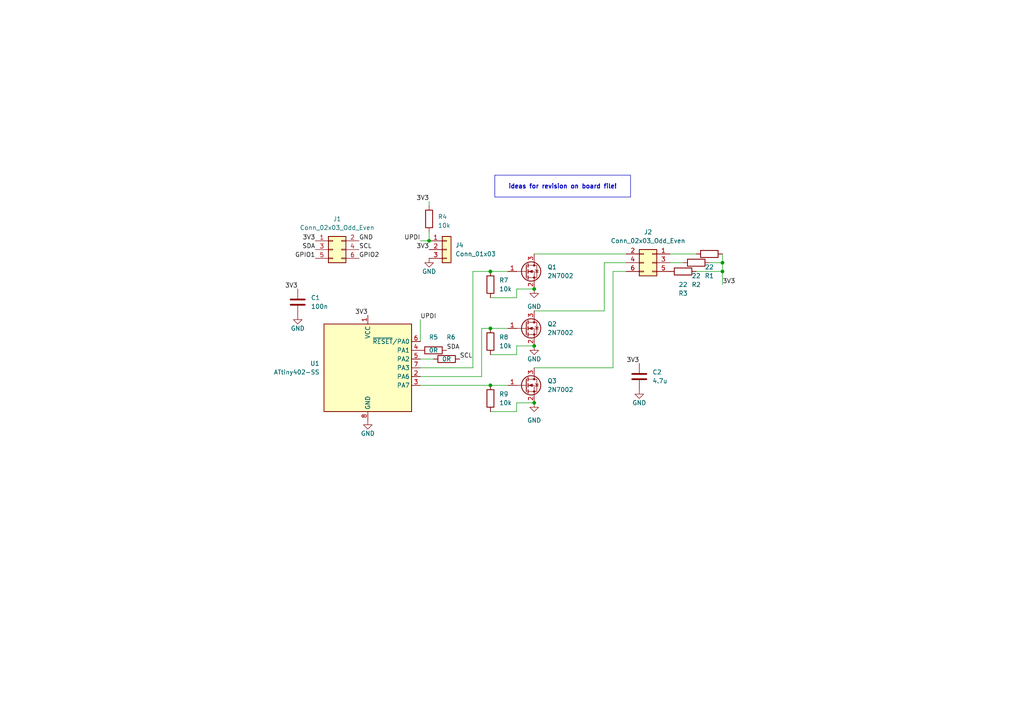
<source format=kicad_sch>
(kicad_sch (version 20230121) (generator eeschema)

  (uuid 7366a1da-12b9-4138-8bc7-be495c7a0878)

  (paper "A4")

  (lib_symbols
    (symbol "Connector_Generic:Conn_01x03" (pin_names (offset 1.016) hide) (in_bom yes) (on_board yes)
      (property "Reference" "J" (at 0 5.08 0)
        (effects (font (size 1.27 1.27)))
      )
      (property "Value" "Conn_01x03" (at 0 -5.08 0)
        (effects (font (size 1.27 1.27)))
      )
      (property "Footprint" "" (at 0 0 0)
        (effects (font (size 1.27 1.27)) hide)
      )
      (property "Datasheet" "~" (at 0 0 0)
        (effects (font (size 1.27 1.27)) hide)
      )
      (property "ki_keywords" "connector" (at 0 0 0)
        (effects (font (size 1.27 1.27)) hide)
      )
      (property "ki_description" "Generic connector, single row, 01x03, script generated (kicad-library-utils/schlib/autogen/connector/)" (at 0 0 0)
        (effects (font (size 1.27 1.27)) hide)
      )
      (property "ki_fp_filters" "Connector*:*_1x??_*" (at 0 0 0)
        (effects (font (size 1.27 1.27)) hide)
      )
      (symbol "Conn_01x03_1_1"
        (rectangle (start -1.27 -2.413) (end 0 -2.667)
          (stroke (width 0.1524) (type default))
          (fill (type none))
        )
        (rectangle (start -1.27 0.127) (end 0 -0.127)
          (stroke (width 0.1524) (type default))
          (fill (type none))
        )
        (rectangle (start -1.27 2.667) (end 0 2.413)
          (stroke (width 0.1524) (type default))
          (fill (type none))
        )
        (rectangle (start -1.27 3.81) (end 1.27 -3.81)
          (stroke (width 0.254) (type default))
          (fill (type background))
        )
        (pin passive line (at -5.08 2.54 0) (length 3.81)
          (name "Pin_1" (effects (font (size 1.27 1.27))))
          (number "1" (effects (font (size 1.27 1.27))))
        )
        (pin passive line (at -5.08 0 0) (length 3.81)
          (name "Pin_2" (effects (font (size 1.27 1.27))))
          (number "2" (effects (font (size 1.27 1.27))))
        )
        (pin passive line (at -5.08 -2.54 0) (length 3.81)
          (name "Pin_3" (effects (font (size 1.27 1.27))))
          (number "3" (effects (font (size 1.27 1.27))))
        )
      )
    )
    (symbol "Connector_Generic:Conn_02x03_Odd_Even" (pin_names (offset 1.016) hide) (in_bom yes) (on_board yes)
      (property "Reference" "J" (at 1.27 5.08 0)
        (effects (font (size 1.27 1.27)))
      )
      (property "Value" "Conn_02x03_Odd_Even" (at 1.27 -5.08 0)
        (effects (font (size 1.27 1.27)))
      )
      (property "Footprint" "" (at 0 0 0)
        (effects (font (size 1.27 1.27)) hide)
      )
      (property "Datasheet" "~" (at 0 0 0)
        (effects (font (size 1.27 1.27)) hide)
      )
      (property "ki_keywords" "connector" (at 0 0 0)
        (effects (font (size 1.27 1.27)) hide)
      )
      (property "ki_description" "Generic connector, double row, 02x03, odd/even pin numbering scheme (row 1 odd numbers, row 2 even numbers), script generated (kicad-library-utils/schlib/autogen/connector/)" (at 0 0 0)
        (effects (font (size 1.27 1.27)) hide)
      )
      (property "ki_fp_filters" "Connector*:*_2x??_*" (at 0 0 0)
        (effects (font (size 1.27 1.27)) hide)
      )
      (symbol "Conn_02x03_Odd_Even_1_1"
        (rectangle (start -1.27 -2.413) (end 0 -2.667)
          (stroke (width 0.1524) (type default))
          (fill (type none))
        )
        (rectangle (start -1.27 0.127) (end 0 -0.127)
          (stroke (width 0.1524) (type default))
          (fill (type none))
        )
        (rectangle (start -1.27 2.667) (end 0 2.413)
          (stroke (width 0.1524) (type default))
          (fill (type none))
        )
        (rectangle (start -1.27 3.81) (end 3.81 -3.81)
          (stroke (width 0.254) (type default))
          (fill (type background))
        )
        (rectangle (start 3.81 -2.413) (end 2.54 -2.667)
          (stroke (width 0.1524) (type default))
          (fill (type none))
        )
        (rectangle (start 3.81 0.127) (end 2.54 -0.127)
          (stroke (width 0.1524) (type default))
          (fill (type none))
        )
        (rectangle (start 3.81 2.667) (end 2.54 2.413)
          (stroke (width 0.1524) (type default))
          (fill (type none))
        )
        (pin passive line (at -5.08 2.54 0) (length 3.81)
          (name "Pin_1" (effects (font (size 1.27 1.27))))
          (number "1" (effects (font (size 1.27 1.27))))
        )
        (pin passive line (at 7.62 2.54 180) (length 3.81)
          (name "Pin_2" (effects (font (size 1.27 1.27))))
          (number "2" (effects (font (size 1.27 1.27))))
        )
        (pin passive line (at -5.08 0 0) (length 3.81)
          (name "Pin_3" (effects (font (size 1.27 1.27))))
          (number "3" (effects (font (size 1.27 1.27))))
        )
        (pin passive line (at 7.62 0 180) (length 3.81)
          (name "Pin_4" (effects (font (size 1.27 1.27))))
          (number "4" (effects (font (size 1.27 1.27))))
        )
        (pin passive line (at -5.08 -2.54 0) (length 3.81)
          (name "Pin_5" (effects (font (size 1.27 1.27))))
          (number "5" (effects (font (size 1.27 1.27))))
        )
        (pin passive line (at 7.62 -2.54 180) (length 3.81)
          (name "Pin_6" (effects (font (size 1.27 1.27))))
          (number "6" (effects (font (size 1.27 1.27))))
        )
      )
    )
    (symbol "Device:C" (pin_numbers hide) (pin_names (offset 0.254)) (in_bom yes) (on_board yes)
      (property "Reference" "C" (at 0.635 2.54 0)
        (effects (font (size 1.27 1.27)) (justify left))
      )
      (property "Value" "C" (at 0.635 -2.54 0)
        (effects (font (size 1.27 1.27)) (justify left))
      )
      (property "Footprint" "" (at 0.9652 -3.81 0)
        (effects (font (size 1.27 1.27)) hide)
      )
      (property "Datasheet" "~" (at 0 0 0)
        (effects (font (size 1.27 1.27)) hide)
      )
      (property "ki_keywords" "cap capacitor" (at 0 0 0)
        (effects (font (size 1.27 1.27)) hide)
      )
      (property "ki_description" "Unpolarized capacitor" (at 0 0 0)
        (effects (font (size 1.27 1.27)) hide)
      )
      (property "ki_fp_filters" "C_*" (at 0 0 0)
        (effects (font (size 1.27 1.27)) hide)
      )
      (symbol "C_0_1"
        (polyline
          (pts
            (xy -2.032 -0.762)
            (xy 2.032 -0.762)
          )
          (stroke (width 0.508) (type default))
          (fill (type none))
        )
        (polyline
          (pts
            (xy -2.032 0.762)
            (xy 2.032 0.762)
          )
          (stroke (width 0.508) (type default))
          (fill (type none))
        )
      )
      (symbol "C_1_1"
        (pin passive line (at 0 3.81 270) (length 2.794)
          (name "~" (effects (font (size 1.27 1.27))))
          (number "1" (effects (font (size 1.27 1.27))))
        )
        (pin passive line (at 0 -3.81 90) (length 2.794)
          (name "~" (effects (font (size 1.27 1.27))))
          (number "2" (effects (font (size 1.27 1.27))))
        )
      )
    )
    (symbol "Device:R" (pin_numbers hide) (pin_names (offset 0)) (in_bom yes) (on_board yes)
      (property "Reference" "R" (at 2.032 0 90)
        (effects (font (size 1.27 1.27)))
      )
      (property "Value" "R" (at 0 0 90)
        (effects (font (size 1.27 1.27)))
      )
      (property "Footprint" "" (at -1.778 0 90)
        (effects (font (size 1.27 1.27)) hide)
      )
      (property "Datasheet" "~" (at 0 0 0)
        (effects (font (size 1.27 1.27)) hide)
      )
      (property "ki_keywords" "R res resistor" (at 0 0 0)
        (effects (font (size 1.27 1.27)) hide)
      )
      (property "ki_description" "Resistor" (at 0 0 0)
        (effects (font (size 1.27 1.27)) hide)
      )
      (property "ki_fp_filters" "R_*" (at 0 0 0)
        (effects (font (size 1.27 1.27)) hide)
      )
      (symbol "R_0_1"
        (rectangle (start -1.016 -2.54) (end 1.016 2.54)
          (stroke (width 0.254) (type default))
          (fill (type none))
        )
      )
      (symbol "R_1_1"
        (pin passive line (at 0 3.81 270) (length 1.27)
          (name "~" (effects (font (size 1.27 1.27))))
          (number "1" (effects (font (size 1.27 1.27))))
        )
        (pin passive line (at 0 -3.81 90) (length 1.27)
          (name "~" (effects (font (size 1.27 1.27))))
          (number "2" (effects (font (size 1.27 1.27))))
        )
      )
    )
    (symbol "MCU_Microchip_ATtiny:ATtiny402-SS" (in_bom yes) (on_board yes)
      (property "Reference" "U" (at -12.7 13.97 0)
        (effects (font (size 1.27 1.27)) (justify left bottom))
      )
      (property "Value" "ATtiny402-SS" (at 2.54 -13.97 0)
        (effects (font (size 1.27 1.27)) (justify left top))
      )
      (property "Footprint" "Package_SO:SOIC-8_3.9x4.9mm_P1.27mm" (at 0 0 0)
        (effects (font (size 1.27 1.27) italic) hide)
      )
      (property "Datasheet" "http://ww1.microchip.com/downloads/en/DeviceDoc/ATtiny202-402-AVR-MCU-with-Core-Independent-Peripherals_and-picoPower-40001969A.pdf" (at 0 0 0)
        (effects (font (size 1.27 1.27)) hide)
      )
      (property "ki_keywords" "AVR 8bit Microcontroller tinyAVR" (at 0 0 0)
        (effects (font (size 1.27 1.27)) hide)
      )
      (property "ki_description" "20MHz, 4kB Flash, 256B SRAM, 128B EEPROM, SOIC-8" (at 0 0 0)
        (effects (font (size 1.27 1.27)) hide)
      )
      (property "ki_fp_filters" "SOIC*3.9x4.9mm*P1.27mm*" (at 0 0 0)
        (effects (font (size 1.27 1.27)) hide)
      )
      (symbol "ATtiny402-SS_0_1"
        (rectangle (start -12.7 -12.7) (end 12.7 12.7)
          (stroke (width 0.254) (type default))
          (fill (type background))
        )
      )
      (symbol "ATtiny402-SS_1_1"
        (pin power_in line (at 0 15.24 270) (length 2.54)
          (name "VCC" (effects (font (size 1.27 1.27))))
          (number "1" (effects (font (size 1.27 1.27))))
        )
        (pin bidirectional line (at 15.24 -2.54 180) (length 2.54)
          (name "PA6" (effects (font (size 1.27 1.27))))
          (number "2" (effects (font (size 1.27 1.27))))
        )
        (pin bidirectional line (at 15.24 -5.08 180) (length 2.54)
          (name "PA7" (effects (font (size 1.27 1.27))))
          (number "3" (effects (font (size 1.27 1.27))))
        )
        (pin bidirectional line (at 15.24 5.08 180) (length 2.54)
          (name "PA1" (effects (font (size 1.27 1.27))))
          (number "4" (effects (font (size 1.27 1.27))))
        )
        (pin bidirectional line (at 15.24 2.54 180) (length 2.54)
          (name "PA2" (effects (font (size 1.27 1.27))))
          (number "5" (effects (font (size 1.27 1.27))))
        )
        (pin bidirectional line (at 15.24 7.62 180) (length 2.54)
          (name "~{RESET}/PA0" (effects (font (size 1.27 1.27))))
          (number "6" (effects (font (size 1.27 1.27))))
        )
        (pin bidirectional line (at 15.24 0 180) (length 2.54)
          (name "PA3" (effects (font (size 1.27 1.27))))
          (number "7" (effects (font (size 1.27 1.27))))
        )
        (pin power_in line (at 0 -15.24 90) (length 2.54)
          (name "GND" (effects (font (size 1.27 1.27))))
          (number "8" (effects (font (size 1.27 1.27))))
        )
      )
    )
    (symbol "Transistor_FET:2N7002" (pin_names hide) (in_bom yes) (on_board yes)
      (property "Reference" "Q" (at 5.08 1.905 0)
        (effects (font (size 1.27 1.27)) (justify left))
      )
      (property "Value" "2N7002" (at 5.08 0 0)
        (effects (font (size 1.27 1.27)) (justify left))
      )
      (property "Footprint" "Package_TO_SOT_SMD:SOT-23" (at 5.08 -1.905 0)
        (effects (font (size 1.27 1.27) italic) (justify left) hide)
      )
      (property "Datasheet" "https://www.onsemi.com/pub/Collateral/NDS7002A-D.PDF" (at 0 0 0)
        (effects (font (size 1.27 1.27)) (justify left) hide)
      )
      (property "ki_keywords" "N-Channel Switching MOSFET" (at 0 0 0)
        (effects (font (size 1.27 1.27)) hide)
      )
      (property "ki_description" "0.115A Id, 60V Vds, N-Channel MOSFET, SOT-23" (at 0 0 0)
        (effects (font (size 1.27 1.27)) hide)
      )
      (property "ki_fp_filters" "SOT?23*" (at 0 0 0)
        (effects (font (size 1.27 1.27)) hide)
      )
      (symbol "2N7002_0_1"
        (polyline
          (pts
            (xy 0.254 0)
            (xy -2.54 0)
          )
          (stroke (width 0) (type default))
          (fill (type none))
        )
        (polyline
          (pts
            (xy 0.254 1.905)
            (xy 0.254 -1.905)
          )
          (stroke (width 0.254) (type default))
          (fill (type none))
        )
        (polyline
          (pts
            (xy 0.762 -1.27)
            (xy 0.762 -2.286)
          )
          (stroke (width 0.254) (type default))
          (fill (type none))
        )
        (polyline
          (pts
            (xy 0.762 0.508)
            (xy 0.762 -0.508)
          )
          (stroke (width 0.254) (type default))
          (fill (type none))
        )
        (polyline
          (pts
            (xy 0.762 2.286)
            (xy 0.762 1.27)
          )
          (stroke (width 0.254) (type default))
          (fill (type none))
        )
        (polyline
          (pts
            (xy 2.54 2.54)
            (xy 2.54 1.778)
          )
          (stroke (width 0) (type default))
          (fill (type none))
        )
        (polyline
          (pts
            (xy 2.54 -2.54)
            (xy 2.54 0)
            (xy 0.762 0)
          )
          (stroke (width 0) (type default))
          (fill (type none))
        )
        (polyline
          (pts
            (xy 0.762 -1.778)
            (xy 3.302 -1.778)
            (xy 3.302 1.778)
            (xy 0.762 1.778)
          )
          (stroke (width 0) (type default))
          (fill (type none))
        )
        (polyline
          (pts
            (xy 1.016 0)
            (xy 2.032 0.381)
            (xy 2.032 -0.381)
            (xy 1.016 0)
          )
          (stroke (width 0) (type default))
          (fill (type outline))
        )
        (polyline
          (pts
            (xy 2.794 0.508)
            (xy 2.921 0.381)
            (xy 3.683 0.381)
            (xy 3.81 0.254)
          )
          (stroke (width 0) (type default))
          (fill (type none))
        )
        (polyline
          (pts
            (xy 3.302 0.381)
            (xy 2.921 -0.254)
            (xy 3.683 -0.254)
            (xy 3.302 0.381)
          )
          (stroke (width 0) (type default))
          (fill (type none))
        )
        (circle (center 1.651 0) (radius 2.794)
          (stroke (width 0.254) (type default))
          (fill (type none))
        )
        (circle (center 2.54 -1.778) (radius 0.254)
          (stroke (width 0) (type default))
          (fill (type outline))
        )
        (circle (center 2.54 1.778) (radius 0.254)
          (stroke (width 0) (type default))
          (fill (type outline))
        )
      )
      (symbol "2N7002_1_1"
        (pin input line (at -5.08 0 0) (length 2.54)
          (name "G" (effects (font (size 1.27 1.27))))
          (number "1" (effects (font (size 1.27 1.27))))
        )
        (pin passive line (at 2.54 -5.08 90) (length 2.54)
          (name "S" (effects (font (size 1.27 1.27))))
          (number "2" (effects (font (size 1.27 1.27))))
        )
        (pin passive line (at 2.54 5.08 270) (length 2.54)
          (name "D" (effects (font (size 1.27 1.27))))
          (number "3" (effects (font (size 1.27 1.27))))
        )
      )
    )
    (symbol "power:GND" (power) (pin_names (offset 0)) (in_bom yes) (on_board yes)
      (property "Reference" "#PWR" (at 0 -6.35 0)
        (effects (font (size 1.27 1.27)) hide)
      )
      (property "Value" "GND" (at 0 -3.81 0)
        (effects (font (size 1.27 1.27)))
      )
      (property "Footprint" "" (at 0 0 0)
        (effects (font (size 1.27 1.27)) hide)
      )
      (property "Datasheet" "" (at 0 0 0)
        (effects (font (size 1.27 1.27)) hide)
      )
      (property "ki_keywords" "global power" (at 0 0 0)
        (effects (font (size 1.27 1.27)) hide)
      )
      (property "ki_description" "Power symbol creates a global label with name \"GND\" , ground" (at 0 0 0)
        (effects (font (size 1.27 1.27)) hide)
      )
      (symbol "GND_0_1"
        (polyline
          (pts
            (xy 0 0)
            (xy 0 -1.27)
            (xy 1.27 -1.27)
            (xy 0 -2.54)
            (xy -1.27 -1.27)
            (xy 0 -1.27)
          )
          (stroke (width 0) (type default))
          (fill (type none))
        )
      )
      (symbol "GND_1_1"
        (pin power_in line (at 0 0 270) (length 0) hide
          (name "GND" (effects (font (size 1.27 1.27))))
          (number "1" (effects (font (size 1.27 1.27))))
        )
      )
    )
  )

  (junction (at 209.55 78.74) (diameter 0) (color 0 0 0 0)
    (uuid 02807ba5-41a6-4215-94dc-c2f4d190efce)
  )
  (junction (at 142.24 111.76) (diameter 0) (color 0 0 0 0)
    (uuid 09ecae97-75bf-4ef2-baa2-111a3a16eaf2)
  )
  (junction (at 209.55 76.2) (diameter 0) (color 0 0 0 0)
    (uuid 3155e128-c63f-46d0-8d1c-a57e3ca5376c)
  )
  (junction (at 154.94 83.82) (diameter 0) (color 0 0 0 0)
    (uuid 3ca3fdaf-d399-4b2d-a3de-a0de748e058e)
  )
  (junction (at 154.94 100.33) (diameter 0) (color 0 0 0 0)
    (uuid 9ba90986-547f-41ec-afba-fe94a9aae1b0)
  )
  (junction (at 142.24 78.74) (diameter 0) (color 0 0 0 0)
    (uuid b4bb3564-4dd7-4050-9496-e488c9bae86f)
  )
  (junction (at 154.94 116.84) (diameter 0) (color 0 0 0 0)
    (uuid bfee949a-1fc9-435e-9450-b7211bef502e)
  )
  (junction (at 142.24 95.25) (diameter 0) (color 0 0 0 0)
    (uuid c63ef855-e37d-4395-8d0c-27335aaa7b93)
  )
  (junction (at 124.46 69.85) (diameter 0) (color 0 0 0 0)
    (uuid d5822e41-414e-4bbd-bcfa-3a26993c96c1)
  )

  (wire (pts (xy 154.94 73.66) (xy 181.61 73.66))
    (stroke (width 0) (type default))
    (uuid 03747daf-86db-4c87-920d-b40b60aa9741)
  )
  (wire (pts (xy 149.86 83.82) (xy 154.94 83.82))
    (stroke (width 0) (type default))
    (uuid 067f79da-d219-4eb1-a4d0-c74bf08b96a9)
  )
  (wire (pts (xy 142.24 95.25) (xy 147.32 95.25))
    (stroke (width 0) (type default))
    (uuid 06d8741b-bccd-4b74-9b25-fc407e3fd522)
  )
  (wire (pts (xy 142.24 102.87) (xy 149.86 102.87))
    (stroke (width 0) (type default))
    (uuid 08f97678-f55a-469f-9262-f1b5da9375fd)
  )
  (wire (pts (xy 177.8 78.74) (xy 181.61 78.74))
    (stroke (width 0) (type default))
    (uuid 18979bed-fafb-43ad-94c5-9d3531be0d67)
  )
  (wire (pts (xy 142.24 78.74) (xy 147.32 78.74))
    (stroke (width 0) (type default))
    (uuid 19128ed7-6277-4792-a0e7-2eb1ef56ff93)
  )
  (wire (pts (xy 209.55 76.2) (xy 205.74 76.2))
    (stroke (width 0) (type default))
    (uuid 1c9f79ad-fb71-42ba-992d-e7b37881b418)
  )
  (wire (pts (xy 198.12 76.2) (xy 194.31 76.2))
    (stroke (width 0) (type default))
    (uuid 21a4a5f1-8629-49d5-86a4-73137fb9b154)
  )
  (wire (pts (xy 121.92 92.71) (xy 121.92 99.06))
    (stroke (width 0) (type default))
    (uuid 222b627f-f019-4c18-a258-6296d9e90fe0)
  )
  (wire (pts (xy 139.7 95.25) (xy 142.24 95.25))
    (stroke (width 0) (type default))
    (uuid 26b4aa95-276c-46f2-8bd0-39fbbcdcacbc)
  )
  (wire (pts (xy 142.24 86.36) (xy 149.86 86.36))
    (stroke (width 0) (type default))
    (uuid 291c1c0a-e741-43d0-90a5-9c045fd6cc55)
  )
  (wire (pts (xy 137.16 106.68) (xy 137.16 78.74))
    (stroke (width 0) (type default))
    (uuid 33806ff2-fe7b-4fdd-a63e-6999b5f63e21)
  )
  (wire (pts (xy 154.94 106.68) (xy 177.8 106.68))
    (stroke (width 0) (type default))
    (uuid 4714dfc3-05df-4c8f-9868-61471494fdd7)
  )
  (wire (pts (xy 124.46 67.31) (xy 124.46 69.85))
    (stroke (width 0) (type default))
    (uuid 4b0c54dc-f339-4aac-a223-8c5e7204fc53)
  )
  (wire (pts (xy 154.94 100.33) (xy 149.86 100.33))
    (stroke (width 0) (type default))
    (uuid 530a3f71-d1fd-43f0-830c-59035448a401)
  )
  (wire (pts (xy 177.8 106.68) (xy 177.8 78.74))
    (stroke (width 0) (type default))
    (uuid 5d36821e-c3f1-41fc-85c0-1ae1501806be)
  )
  (wire (pts (xy 137.16 78.74) (xy 142.24 78.74))
    (stroke (width 0) (type default))
    (uuid 625ea732-8e20-402c-8cd0-5b5d84e9957f)
  )
  (wire (pts (xy 154.94 90.17) (xy 175.26 90.17))
    (stroke (width 0) (type default))
    (uuid 65684d90-0c38-4d10-b875-7fe1e1623831)
  )
  (wire (pts (xy 209.55 78.74) (xy 201.93 78.74))
    (stroke (width 0) (type default))
    (uuid 69e3d086-d6cb-463b-951f-e74a6ac0532f)
  )
  (wire (pts (xy 125.73 104.14) (xy 121.92 104.14))
    (stroke (width 0) (type default))
    (uuid 74d30635-83c1-4076-8796-f9cb14e071f9)
  )
  (wire (pts (xy 149.86 100.33) (xy 149.86 102.87))
    (stroke (width 0) (type default))
    (uuid 74ec454a-6980-4652-bbca-33938697a665)
  )
  (wire (pts (xy 149.86 86.36) (xy 149.86 83.82))
    (stroke (width 0) (type default))
    (uuid 85df6057-b934-481e-9f0a-fa2647e2d6b8)
  )
  (wire (pts (xy 139.7 109.22) (xy 139.7 95.25))
    (stroke (width 0) (type default))
    (uuid 861d78c1-5bbf-4390-941a-95d322f7c6b4)
  )
  (wire (pts (xy 121.92 69.85) (xy 124.46 69.85))
    (stroke (width 0) (type default))
    (uuid 8973c352-811f-49a1-930a-8d584852fa10)
  )
  (wire (pts (xy 209.55 78.74) (xy 209.55 76.2))
    (stroke (width 0) (type default))
    (uuid 89ec2edb-fc84-4fd5-a9e8-53cfdf71ac94)
  )
  (wire (pts (xy 201.93 73.66) (xy 194.31 73.66))
    (stroke (width 0) (type default))
    (uuid 9659459d-3133-4ff0-a44c-2e3c15d3161b)
  )
  (wire (pts (xy 121.92 109.22) (xy 139.7 109.22))
    (stroke (width 0) (type default))
    (uuid a8e25158-bf5c-480c-8687-6e297c2512f3)
  )
  (wire (pts (xy 149.86 119.38) (xy 142.24 119.38))
    (stroke (width 0) (type default))
    (uuid bc2c4bd7-ad3d-40e8-884e-fe4812ad635e)
  )
  (wire (pts (xy 209.55 78.74) (xy 209.55 82.55))
    (stroke (width 0) (type default))
    (uuid c62527ef-9bc3-4c40-8585-7da4a44893d3)
  )
  (wire (pts (xy 142.24 111.76) (xy 147.32 111.76))
    (stroke (width 0) (type default))
    (uuid c8b2249c-5775-4769-9fbf-f4b31e16815f)
  )
  (wire (pts (xy 175.26 76.2) (xy 181.61 76.2))
    (stroke (width 0) (type default))
    (uuid c9317730-6190-43ad-8882-66ac94cd72f7)
  )
  (wire (pts (xy 121.92 106.68) (xy 137.16 106.68))
    (stroke (width 0) (type default))
    (uuid ca581771-0200-4021-9fed-621c28ccf6c5)
  )
  (wire (pts (xy 124.46 58.42) (xy 124.46 59.69))
    (stroke (width 0) (type default))
    (uuid ca8e606b-4b86-4c75-a2b6-950ad1eeaed9)
  )
  (wire (pts (xy 149.86 116.84) (xy 149.86 119.38))
    (stroke (width 0) (type default))
    (uuid d4278339-5eed-45e1-a27a-e8b78947eaef)
  )
  (wire (pts (xy 121.92 111.76) (xy 142.24 111.76))
    (stroke (width 0) (type default))
    (uuid e84e76d8-7927-4694-9809-2527b2a23f7b)
  )
  (wire (pts (xy 209.55 73.66) (xy 209.55 76.2))
    (stroke (width 0) (type default))
    (uuid ec761769-c77c-4045-b435-b97d829940b0)
  )
  (wire (pts (xy 175.26 90.17) (xy 175.26 76.2))
    (stroke (width 0) (type default))
    (uuid f8536fb3-fea2-4f92-a4e7-b2308c63eb06)
  )
  (wire (pts (xy 154.94 116.84) (xy 149.86 116.84))
    (stroke (width 0) (type default))
    (uuid ff27ca5c-6ae3-41af-b8d6-f6aa21f6ddbf)
  )

  (text_box "ideas for revision on board file!"
    (at 143.51 50.8 0) (size 39.37 6.35)
    (stroke (width 0) (type default))
    (fill (type none))
    (effects (font (size 1.27 1.27) bold))
    (uuid 4072fa22-466f-4c34-bcda-6f239952c571)
  )

  (label "GPIO1" (at 91.44 74.93 180) (fields_autoplaced)
    (effects (font (size 1.27 1.27)) (justify right bottom))
    (uuid 13a99dc0-0c99-4b4a-986e-98b3461d2aae)
  )
  (label "UPDI" (at 121.92 69.85 180) (fields_autoplaced)
    (effects (font (size 1.27 1.27)) (justify right bottom))
    (uuid 3918bbb3-2331-4a2f-a6b9-0a897888d093)
  )
  (label "GPIO2" (at 104.14 74.93 0) (fields_autoplaced)
    (effects (font (size 1.27 1.27)) (justify left bottom))
    (uuid 65c66384-1ccb-4c3d-876f-cd1ffa0d2575)
  )
  (label "3V3" (at 124.46 58.42 180) (fields_autoplaced)
    (effects (font (size 1.27 1.27)) (justify right bottom))
    (uuid 6f5a1bd7-7193-4d8a-b6d7-77e3e72b61fb)
  )
  (label "SDA" (at 129.54 101.6 0) (fields_autoplaced)
    (effects (font (size 1.27 1.27)) (justify left bottom))
    (uuid 7c0abf44-4c63-4fb6-9e44-ca7963a22466)
  )
  (label "UPDI" (at 121.92 92.71 0) (fields_autoplaced)
    (effects (font (size 1.27 1.27)) (justify left bottom))
    (uuid 871c3edf-ea93-46be-9180-a66b9c103f4d)
  )
  (label "3V3" (at 209.55 82.55 0) (fields_autoplaced)
    (effects (font (size 1.27 1.27)) (justify left bottom))
    (uuid 9d820fb5-e744-4604-8e94-7ce832201505)
  )
  (label "3V3" (at 185.42 105.41 180) (fields_autoplaced)
    (effects (font (size 1.27 1.27)) (justify right bottom))
    (uuid aacc6e00-1899-4212-b47d-110ce3adf9a0)
  )
  (label "SCL" (at 133.35 104.14 0) (fields_autoplaced)
    (effects (font (size 1.27 1.27)) (justify left bottom))
    (uuid b314daa7-d0f6-4187-a2a6-d3b419b73c67)
  )
  (label "3V3" (at 106.68 91.44 180) (fields_autoplaced)
    (effects (font (size 1.27 1.27)) (justify right bottom))
    (uuid b7aaf59c-8a37-4ed8-b1e3-421628eedca8)
  )
  (label "3V3" (at 124.46 72.39 180) (fields_autoplaced)
    (effects (font (size 1.27 1.27)) (justify right bottom))
    (uuid bed10c34-862c-4ead-a5c7-4551c5e06a08)
  )
  (label "SCL" (at 104.14 72.39 0) (fields_autoplaced)
    (effects (font (size 1.27 1.27)) (justify left bottom))
    (uuid c4826678-e0c8-405c-b9c8-8474237dbac2)
  )
  (label "3V3" (at 91.44 69.85 180) (fields_autoplaced)
    (effects (font (size 1.27 1.27)) (justify right bottom))
    (uuid dcaf6677-15e5-4916-b156-fbff160d0c9d)
  )
  (label "3V3" (at 86.36 83.82 180) (fields_autoplaced)
    (effects (font (size 1.27 1.27)) (justify right bottom))
    (uuid e5b793ed-0dc3-43be-8a3c-e4182ae7d5ab)
  )
  (label "SDA" (at 91.44 72.39 180) (fields_autoplaced)
    (effects (font (size 1.27 1.27)) (justify right bottom))
    (uuid f1834cbe-3f36-4a12-9e4d-98f4a81dc894)
  )
  (label "GND" (at 104.14 69.85 0) (fields_autoplaced)
    (effects (font (size 1.27 1.27)) (justify left bottom))
    (uuid fc81e8fc-8c3a-44af-b44e-673f1e857019)
  )

  (symbol (lib_id "power:GND") (at 86.36 91.44 0) (unit 1)
    (in_bom yes) (on_board yes) (dnp no)
    (uuid 05456273-d5a6-483c-bbb7-b0dd2873aa33)
    (property "Reference" "#PWR06" (at 86.36 97.79 0)
      (effects (font (size 1.27 1.27)) hide)
    )
    (property "Value" "GND" (at 86.36 95.25 0)
      (effects (font (size 1.27 1.27)))
    )
    (property "Footprint" "" (at 86.36 91.44 0)
      (effects (font (size 1.27 1.27)) hide)
    )
    (property "Datasheet" "" (at 86.36 91.44 0)
      (effects (font (size 1.27 1.27)) hide)
    )
    (pin "1" (uuid 27f540de-ee5a-47b3-b375-64d79c680299))
    (instances
      (project "sao_pcb"
        (path "/7366a1da-12b9-4138-8bc7-be495c7a0878"
          (reference "#PWR06") (unit 1)
        )
      )
    )
  )

  (symbol (lib_id "Device:R") (at 124.46 63.5 180) (unit 1)
    (in_bom yes) (on_board yes) (dnp no) (fields_autoplaced)
    (uuid 07ff0ecd-1907-4948-bab3-f26cb902bb0f)
    (property "Reference" "R7" (at 127 62.865 0)
      (effects (font (size 1.27 1.27)) (justify right))
    )
    (property "Value" "10k" (at 127 65.405 0)
      (effects (font (size 1.27 1.27)) (justify right))
    )
    (property "Footprint" "Resistor_SMD:R_0603_1608Metric" (at 126.238 63.5 90)
      (effects (font (size 1.27 1.27)) hide)
    )
    (property "Datasheet" "~" (at 124.46 63.5 0)
      (effects (font (size 1.27 1.27)) hide)
    )
    (pin "1" (uuid ae6e38bd-3b7a-49af-956c-7b6bf9995ad3))
    (pin "2" (uuid 20c0bacf-9f4e-41d2-bb2b-c0415924a02a))
    (instances
      (project "spm2_r2"
        (path "/0a953385-c774-453e-a7d9-c996f02fa1fe"
          (reference "R7") (unit 1)
        )
      )
      (project "spm1"
        (path "/65ea3f83-771e-4bec-8d94-d98ae3bfda17"
          (reference "R8") (unit 1)
        )
      )
      (project "sao_pcb"
        (path "/7366a1da-12b9-4138-8bc7-be495c7a0878"
          (reference "R4") (unit 1)
        )
      )
    )
  )

  (symbol (lib_id "Transistor_FET:2N7002") (at 152.4 78.74 0) (unit 1)
    (in_bom yes) (on_board yes) (dnp no) (fields_autoplaced)
    (uuid 1d27302b-8552-4224-b952-959238848730)
    (property "Reference" "Q1" (at 158.75 77.47 0)
      (effects (font (size 1.27 1.27)) (justify left))
    )
    (property "Value" "2N7002" (at 158.75 80.01 0)
      (effects (font (size 1.27 1.27)) (justify left))
    )
    (property "Footprint" "Package_TO_SOT_SMD:SOT-23" (at 157.48 80.645 0)
      (effects (font (size 1.27 1.27) italic) (justify left) hide)
    )
    (property "Datasheet" "https://www.onsemi.com/pub/Collateral/NDS7002A-D.PDF" (at 152.4 78.74 0)
      (effects (font (size 1.27 1.27)) (justify left) hide)
    )
    (pin "1" (uuid c7d3ea8b-a1ad-4752-96a6-109b1344627f))
    (pin "3" (uuid 92423782-5a63-4e93-a8b7-7365d0e0a0ca))
    (pin "2" (uuid 5db6611c-be37-4ce6-a135-0f34616bd441))
    (instances
      (project "sao_pcb"
        (path "/7366a1da-12b9-4138-8bc7-be495c7a0878"
          (reference "Q1") (unit 1)
        )
      )
    )
  )

  (symbol (lib_id "power:GND") (at 124.46 74.93 0) (unit 1)
    (in_bom yes) (on_board yes) (dnp no)
    (uuid 2462d469-743a-4cee-b870-a007b54d7ca0)
    (property "Reference" "#PWR05" (at 124.46 81.28 0)
      (effects (font (size 1.27 1.27)) hide)
    )
    (property "Value" "GND" (at 124.46 78.74 0)
      (effects (font (size 1.27 1.27)))
    )
    (property "Footprint" "" (at 124.46 74.93 0)
      (effects (font (size 1.27 1.27)) hide)
    )
    (property "Datasheet" "" (at 124.46 74.93 0)
      (effects (font (size 1.27 1.27)) hide)
    )
    (pin "1" (uuid e3360bbb-b0b0-4e41-b589-be9d9f951f89))
    (instances
      (project "sao_pcb"
        (path "/7366a1da-12b9-4138-8bc7-be495c7a0878"
          (reference "#PWR05") (unit 1)
        )
      )
    )
  )

  (symbol (lib_id "MCU_Microchip_ATtiny:ATtiny402-SS") (at 106.68 106.68 0) (unit 1)
    (in_bom yes) (on_board yes) (dnp no) (fields_autoplaced)
    (uuid 32b36f8b-9135-4c07-bc46-d2e262127797)
    (property "Reference" "U1" (at 92.71 105.41 0)
      (effects (font (size 1.27 1.27)) (justify right))
    )
    (property "Value" "ATtiny402-SS" (at 92.71 107.95 0)
      (effects (font (size 1.27 1.27)) (justify right))
    )
    (property "Footprint" "Package_SO:SOIC-8_3.9x4.9mm_P1.27mm" (at 106.68 106.68 0)
      (effects (font (size 1.27 1.27) italic) hide)
    )
    (property "Datasheet" "http://ww1.microchip.com/downloads/en/DeviceDoc/ATtiny202-402-AVR-MCU-with-Core-Independent-Peripherals_and-picoPower-40001969A.pdf" (at 106.68 106.68 0)
      (effects (font (size 1.27 1.27)) hide)
    )
    (pin "2" (uuid 439cf52f-8853-40c5-9104-259da43a7cd4))
    (pin "8" (uuid 46ef6bf9-a466-4019-85a3-ea41e2e85c70))
    (pin "6" (uuid d670e41e-f424-4bd9-ba13-7647ea1f59e5))
    (pin "3" (uuid f8a4ff65-83df-4b93-b4ac-a8d741464375))
    (pin "5" (uuid 2452a38e-35de-487c-86f7-8d663c39798c))
    (pin "1" (uuid 41145c20-4e20-4ada-9765-69f66d656b3a))
    (pin "4" (uuid f8554d62-4f63-4d7a-ba2a-338a7765b8b3))
    (pin "7" (uuid cb7d753b-3db4-4140-83b5-e2a74e2b9bdd))
    (instances
      (project "sao_pcb"
        (path "/7366a1da-12b9-4138-8bc7-be495c7a0878"
          (reference "U1") (unit 1)
        )
      )
    )
  )

  (symbol (lib_id "Device:R") (at 198.12 78.74 270) (unit 1)
    (in_bom yes) (on_board yes) (dnp no)
    (uuid 335b95c0-2e0c-4153-82eb-ae77fbd24e1b)
    (property "Reference" "R3" (at 198.12 85.09 90)
      (effects (font (size 1.27 1.27)))
    )
    (property "Value" "22" (at 198.12 82.55 90)
      (effects (font (size 1.27 1.27)))
    )
    (property "Footprint" "Resistor_SMD:R_0805_2012Metric" (at 198.12 76.962 90)
      (effects (font (size 1.27 1.27)) hide)
    )
    (property "Datasheet" "~" (at 198.12 78.74 0)
      (effects (font (size 1.27 1.27)) hide)
    )
    (pin "2" (uuid 346850bd-e909-4b17-bc12-c4a875644f58))
    (pin "1" (uuid 1acc1fc0-a575-419e-9474-f06e8d9e9d43))
    (instances
      (project "sao_pcb"
        (path "/7366a1da-12b9-4138-8bc7-be495c7a0878"
          (reference "R3") (unit 1)
        )
      )
    )
  )

  (symbol (lib_id "power:GND") (at 106.68 121.92 0) (unit 1)
    (in_bom yes) (on_board yes) (dnp no)
    (uuid 40828b4f-e769-4891-9798-e5cadda5bc98)
    (property "Reference" "#PWR04" (at 106.68 128.27 0)
      (effects (font (size 1.27 1.27)) hide)
    )
    (property "Value" "GND" (at 106.68 125.73 0)
      (effects (font (size 1.27 1.27)))
    )
    (property "Footprint" "" (at 106.68 121.92 0)
      (effects (font (size 1.27 1.27)) hide)
    )
    (property "Datasheet" "" (at 106.68 121.92 0)
      (effects (font (size 1.27 1.27)) hide)
    )
    (pin "1" (uuid d3c47b7b-acd6-4c18-a68d-717afc9bdf95))
    (instances
      (project "sao_pcb"
        (path "/7366a1da-12b9-4138-8bc7-be495c7a0878"
          (reference "#PWR04") (unit 1)
        )
      )
    )
  )

  (symbol (lib_id "Connector_Generic:Conn_02x03_Odd_Even") (at 96.52 72.39 0) (unit 1)
    (in_bom yes) (on_board yes) (dnp no) (fields_autoplaced)
    (uuid 4cc722fd-2525-445b-80d3-144a7bceceed)
    (property "Reference" "J1" (at 97.79 63.5 0)
      (effects (font (size 1.27 1.27)))
    )
    (property "Value" "Conn_02x03_Odd_Even" (at 97.79 66.04 0)
      (effects (font (size 1.27 1.27)))
    )
    (property "Footprint" "Connector_IDC:IDC-Header_2x03_P2.54mm_Vertical" (at 96.52 72.39 0)
      (effects (font (size 1.27 1.27)) hide)
    )
    (property "Datasheet" "~" (at 96.52 72.39 0)
      (effects (font (size 1.27 1.27)) hide)
    )
    (pin "6" (uuid 2dfef9b3-1e72-440b-aa65-ab4f56754a94))
    (pin "1" (uuid 9768248b-b9f0-4b65-91ae-7b5db551c1df))
    (pin "2" (uuid 812bdcc4-4f34-4b1b-88c5-ac02b4066119))
    (pin "4" (uuid 7146b053-3d20-4918-8328-fafc132759cf))
    (pin "3" (uuid 252bef5c-6507-4747-b181-782d13e6ca1f))
    (pin "5" (uuid e2fa50f5-9883-4f2d-b010-65b2a2f55d86))
    (instances
      (project "sao_pcb"
        (path "/7366a1da-12b9-4138-8bc7-be495c7a0878"
          (reference "J1") (unit 1)
        )
      )
    )
  )

  (symbol (lib_id "Device:R") (at 142.24 99.06 180) (unit 1)
    (in_bom yes) (on_board yes) (dnp no) (fields_autoplaced)
    (uuid 4d829fdf-def4-4038-8aba-5b55d47cf64f)
    (property "Reference" "R8" (at 144.78 97.79 0)
      (effects (font (size 1.27 1.27)) (justify right))
    )
    (property "Value" "10k" (at 144.78 100.33 0)
      (effects (font (size 1.27 1.27)) (justify right))
    )
    (property "Footprint" "Resistor_SMD:R_0603_1608Metric" (at 144.018 99.06 90)
      (effects (font (size 1.27 1.27)) hide)
    )
    (property "Datasheet" "~" (at 142.24 99.06 0)
      (effects (font (size 1.27 1.27)) hide)
    )
    (pin "2" (uuid b03e1249-2136-4326-b962-7bb36b7e22ec))
    (pin "1" (uuid f2d0d443-fe29-441d-b8c8-70d17988814b))
    (instances
      (project "sao_pcb"
        (path "/7366a1da-12b9-4138-8bc7-be495c7a0878"
          (reference "R8") (unit 1)
        )
      )
    )
  )

  (symbol (lib_id "Device:R") (at 205.74 73.66 270) (unit 1)
    (in_bom yes) (on_board yes) (dnp no) (fields_autoplaced)
    (uuid 60897616-51b0-4ee2-908e-c5a58dc5f4ec)
    (property "Reference" "R1" (at 205.74 80.01 90)
      (effects (font (size 1.27 1.27)))
    )
    (property "Value" "22" (at 205.74 77.47 90)
      (effects (font (size 1.27 1.27)))
    )
    (property "Footprint" "Resistor_SMD:R_0805_2012Metric" (at 205.74 71.882 90)
      (effects (font (size 1.27 1.27)) hide)
    )
    (property "Datasheet" "~" (at 205.74 73.66 0)
      (effects (font (size 1.27 1.27)) hide)
    )
    (pin "2" (uuid fbfd500a-c465-4e1b-a6cb-146a81f4c37e))
    (pin "1" (uuid 90c74a38-000e-4a23-939d-8210f73bf346))
    (instances
      (project "sao_pcb"
        (path "/7366a1da-12b9-4138-8bc7-be495c7a0878"
          (reference "R1") (unit 1)
        )
      )
    )
  )

  (symbol (lib_id "Device:R") (at 125.73 101.6 270) (unit 1)
    (in_bom yes) (on_board yes) (dnp no)
    (uuid 6c7dd813-422b-45ff-9042-c75818e5e3e8)
    (property "Reference" "R7" (at 125.73 97.79 90)
      (effects (font (size 1.27 1.27)))
    )
    (property "Value" "0R" (at 125.73 101.6 90)
      (effects (font (size 1.27 1.27)))
    )
    (property "Footprint" "Resistor_SMD:R_0603_1608Metric" (at 125.73 99.822 90)
      (effects (font (size 1.27 1.27)) hide)
    )
    (property "Datasheet" "~" (at 125.73 101.6 0)
      (effects (font (size 1.27 1.27)) hide)
    )
    (pin "1" (uuid 7ce9044a-0aa7-4dca-a266-b2530adca03c))
    (pin "2" (uuid f619b684-d74f-4c42-b4ca-2c7d40022542))
    (instances
      (project "spm2_r2"
        (path "/0a953385-c774-453e-a7d9-c996f02fa1fe"
          (reference "R7") (unit 1)
        )
      )
      (project "spm1"
        (path "/65ea3f83-771e-4bec-8d94-d98ae3bfda17"
          (reference "R8") (unit 1)
        )
      )
      (project "sao_pcb"
        (path "/7366a1da-12b9-4138-8bc7-be495c7a0878"
          (reference "R5") (unit 1)
        )
      )
    )
  )

  (symbol (lib_id "power:GND") (at 154.94 83.82 0) (unit 1)
    (in_bom yes) (on_board yes) (dnp no) (fields_autoplaced)
    (uuid 75b56ded-36c2-44fe-b779-45e4723fbe6f)
    (property "Reference" "#PWR01" (at 154.94 90.17 0)
      (effects (font (size 1.27 1.27)) hide)
    )
    (property "Value" "GND" (at 154.94 88.9 0)
      (effects (font (size 1.27 1.27)))
    )
    (property "Footprint" "" (at 154.94 83.82 0)
      (effects (font (size 1.27 1.27)) hide)
    )
    (property "Datasheet" "" (at 154.94 83.82 0)
      (effects (font (size 1.27 1.27)) hide)
    )
    (pin "1" (uuid 17482937-a3f8-47a7-87e1-a14ec3077555))
    (instances
      (project "sao_pcb"
        (path "/7366a1da-12b9-4138-8bc7-be495c7a0878"
          (reference "#PWR01") (unit 1)
        )
      )
    )
  )

  (symbol (lib_id "Device:R") (at 142.24 115.57 180) (unit 1)
    (in_bom yes) (on_board yes) (dnp no) (fields_autoplaced)
    (uuid 97a59a6d-5785-4ef4-958f-913305be7e5d)
    (property "Reference" "R9" (at 144.78 114.3 0)
      (effects (font (size 1.27 1.27)) (justify right))
    )
    (property "Value" "10k" (at 144.78 116.84 0)
      (effects (font (size 1.27 1.27)) (justify right))
    )
    (property "Footprint" "Resistor_SMD:R_0603_1608Metric" (at 144.018 115.57 90)
      (effects (font (size 1.27 1.27)) hide)
    )
    (property "Datasheet" "~" (at 142.24 115.57 0)
      (effects (font (size 1.27 1.27)) hide)
    )
    (pin "2" (uuid 8d219388-687a-4266-abfd-3b350067088c))
    (pin "1" (uuid ee6ddec8-58d4-4be9-a14c-fb4b5ca0cbe4))
    (instances
      (project "sao_pcb"
        (path "/7366a1da-12b9-4138-8bc7-be495c7a0878"
          (reference "R9") (unit 1)
        )
      )
    )
  )

  (symbol (lib_id "Transistor_FET:2N7002") (at 152.4 95.25 0) (unit 1)
    (in_bom yes) (on_board yes) (dnp no) (fields_autoplaced)
    (uuid 98281f31-72a3-4604-b294-26872e46ac92)
    (property "Reference" "Q2" (at 158.75 93.98 0)
      (effects (font (size 1.27 1.27)) (justify left))
    )
    (property "Value" "2N7002" (at 158.75 96.52 0)
      (effects (font (size 1.27 1.27)) (justify left))
    )
    (property "Footprint" "Package_TO_SOT_SMD:SOT-23" (at 157.48 97.155 0)
      (effects (font (size 1.27 1.27) italic) (justify left) hide)
    )
    (property "Datasheet" "https://www.onsemi.com/pub/Collateral/NDS7002A-D.PDF" (at 152.4 95.25 0)
      (effects (font (size 1.27 1.27)) (justify left) hide)
    )
    (pin "1" (uuid cc33b01b-0560-4317-8b28-b70ccb1c15ab))
    (pin "3" (uuid 0b39e456-63e5-4a07-8699-3f9f456b5608))
    (pin "2" (uuid 24de6288-4a12-4f48-9cf7-35d2781c5a24))
    (instances
      (project "sao_pcb"
        (path "/7366a1da-12b9-4138-8bc7-be495c7a0878"
          (reference "Q2") (unit 1)
        )
      )
    )
  )

  (symbol (lib_id "Device:C") (at 86.36 87.63 0) (unit 1)
    (in_bom yes) (on_board yes) (dnp no) (fields_autoplaced)
    (uuid 98aa2d79-6d9e-499d-972e-47bf45b7cb09)
    (property "Reference" "C1" (at 90.17 86.36 0)
      (effects (font (size 1.27 1.27)) (justify left))
    )
    (property "Value" "100n" (at 90.17 88.9 0)
      (effects (font (size 1.27 1.27)) (justify left))
    )
    (property "Footprint" "Capacitor_SMD:C_0603_1608Metric" (at 87.3252 91.44 0)
      (effects (font (size 1.27 1.27)) hide)
    )
    (property "Datasheet" "~" (at 86.36 87.63 0)
      (effects (font (size 1.27 1.27)) hide)
    )
    (pin "1" (uuid fc2cb3dd-1688-4f3f-9dcc-3d7aceea3298))
    (pin "2" (uuid 21926dd0-2c73-42c6-b862-9683e8456cdb))
    (instances
      (project "sao_pcb"
        (path "/7366a1da-12b9-4138-8bc7-be495c7a0878"
          (reference "C1") (unit 1)
        )
      )
    )
  )

  (symbol (lib_id "Connector_Generic:Conn_02x03_Odd_Even") (at 189.23 76.2 0) (mirror y) (unit 1)
    (in_bom yes) (on_board yes) (dnp no)
    (uuid a46bcae0-e272-4713-9b5c-6a99d6828242)
    (property "Reference" "J2" (at 187.96 67.31 0)
      (effects (font (size 1.27 1.27)))
    )
    (property "Value" "Conn_02x03_Odd_Even" (at 187.96 69.85 0)
      (effects (font (size 1.27 1.27)))
    )
    (property "Footprint" "Connector_PinHeader_2.54mm:PinHeader_2x03_P2.54mm_Vertical" (at 189.23 76.2 0)
      (effects (font (size 1.27 1.27)) hide)
    )
    (property "Datasheet" "~" (at 189.23 76.2 0)
      (effects (font (size 1.27 1.27)) hide)
    )
    (pin "6" (uuid 54b86756-41a1-413b-b29c-3e1270ef7c42))
    (pin "1" (uuid 4ef899d1-1cfb-4430-9eeb-0b5bb371c4c1))
    (pin "2" (uuid 0017324d-9c4e-4c35-b814-71808c2e3b70))
    (pin "4" (uuid 0f834163-a697-4f8e-81cf-8c341d63f887))
    (pin "3" (uuid 171c1deb-0a5d-4f5d-be85-39be8b1b5749))
    (pin "5" (uuid 93b99778-6ee2-4b7f-be20-cd46fb51ae4c))
    (instances
      (project "sao_pcb"
        (path "/7366a1da-12b9-4138-8bc7-be495c7a0878"
          (reference "J2") (unit 1)
        )
      )
    )
  )

  (symbol (lib_id "Transistor_FET:2N7002") (at 152.4 111.76 0) (unit 1)
    (in_bom yes) (on_board yes) (dnp no) (fields_autoplaced)
    (uuid a4b18716-8315-4749-bbd9-c4a6a1adedda)
    (property "Reference" "Q3" (at 158.75 110.49 0)
      (effects (font (size 1.27 1.27)) (justify left))
    )
    (property "Value" "2N7002" (at 158.75 113.03 0)
      (effects (font (size 1.27 1.27)) (justify left))
    )
    (property "Footprint" "Package_TO_SOT_SMD:SOT-23" (at 157.48 113.665 0)
      (effects (font (size 1.27 1.27) italic) (justify left) hide)
    )
    (property "Datasheet" "https://www.onsemi.com/pub/Collateral/NDS7002A-D.PDF" (at 152.4 111.76 0)
      (effects (font (size 1.27 1.27)) (justify left) hide)
    )
    (pin "1" (uuid 8a288b87-0457-4891-8e1f-dd819b8c776d))
    (pin "3" (uuid 91ba851e-1b35-4cf0-bc8b-2c11db025fb9))
    (pin "2" (uuid ce585b83-0a29-4993-9ea1-35d4b21a1d19))
    (instances
      (project "sao_pcb"
        (path "/7366a1da-12b9-4138-8bc7-be495c7a0878"
          (reference "Q3") (unit 1)
        )
      )
    )
  )

  (symbol (lib_id "power:GND") (at 154.94 100.33 0) (unit 1)
    (in_bom yes) (on_board yes) (dnp no)
    (uuid c384a3c4-aa39-4fee-aad6-4f7704faa6ad)
    (property "Reference" "#PWR02" (at 154.94 106.68 0)
      (effects (font (size 1.27 1.27)) hide)
    )
    (property "Value" "GND" (at 154.94 104.14 0)
      (effects (font (size 1.27 1.27)))
    )
    (property "Footprint" "" (at 154.94 100.33 0)
      (effects (font (size 1.27 1.27)) hide)
    )
    (property "Datasheet" "" (at 154.94 100.33 0)
      (effects (font (size 1.27 1.27)) hide)
    )
    (pin "1" (uuid 520211a7-3747-429b-9025-56a8c6cb57f6))
    (instances
      (project "sao_pcb"
        (path "/7366a1da-12b9-4138-8bc7-be495c7a0878"
          (reference "#PWR02") (unit 1)
        )
      )
    )
  )

  (symbol (lib_id "power:GND") (at 185.42 113.03 0) (unit 1)
    (in_bom yes) (on_board yes) (dnp no)
    (uuid c716e08d-f920-4358-8013-0cc4379fe3ed)
    (property "Reference" "#PWR07" (at 185.42 119.38 0)
      (effects (font (size 1.27 1.27)) hide)
    )
    (property "Value" "GND" (at 185.42 116.84 0)
      (effects (font (size 1.27 1.27)))
    )
    (property "Footprint" "" (at 185.42 113.03 0)
      (effects (font (size 1.27 1.27)) hide)
    )
    (property "Datasheet" "" (at 185.42 113.03 0)
      (effects (font (size 1.27 1.27)) hide)
    )
    (pin "1" (uuid 0f483185-1d0f-4b8a-bc91-7dc49c17d711))
    (instances
      (project "sao_pcb"
        (path "/7366a1da-12b9-4138-8bc7-be495c7a0878"
          (reference "#PWR07") (unit 1)
        )
      )
    )
  )

  (symbol (lib_id "Connector_Generic:Conn_01x03") (at 129.54 72.39 0) (unit 1)
    (in_bom yes) (on_board yes) (dnp no) (fields_autoplaced)
    (uuid cd3a3329-d2f3-4805-b334-b5c63645f85c)
    (property "Reference" "J4" (at 132.08 71.12 0)
      (effects (font (size 1.27 1.27)) (justify left))
    )
    (property "Value" "Conn_01x03" (at 132.08 73.66 0)
      (effects (font (size 1.27 1.27)) (justify left))
    )
    (property "Footprint" "Connector_PinHeader_2.54mm:PinHeader_1x03_P2.54mm_Vertical" (at 129.54 72.39 0)
      (effects (font (size 1.27 1.27)) hide)
    )
    (property "Datasheet" "~" (at 129.54 72.39 0)
      (effects (font (size 1.27 1.27)) hide)
    )
    (pin "3" (uuid 49ea5c97-540f-4bae-87d9-fc41c622797c))
    (pin "1" (uuid f7e6ccd0-ee8a-458a-af18-b783175f38af))
    (pin "2" (uuid 2774c674-0c8a-43ec-9d4c-629c588219a6))
    (instances
      (project "sao_pcb"
        (path "/7366a1da-12b9-4138-8bc7-be495c7a0878"
          (reference "J4") (unit 1)
        )
      )
    )
  )

  (symbol (lib_id "Device:R") (at 201.93 76.2 270) (unit 1)
    (in_bom yes) (on_board yes) (dnp no) (fields_autoplaced)
    (uuid d424ec74-efdd-41cc-8b13-5b0311718bb4)
    (property "Reference" "R2" (at 201.93 82.55 90)
      (effects (font (size 1.27 1.27)))
    )
    (property "Value" "22" (at 201.93 80.01 90)
      (effects (font (size 1.27 1.27)))
    )
    (property "Footprint" "Resistor_SMD:R_0805_2012Metric" (at 201.93 74.422 90)
      (effects (font (size 1.27 1.27)) hide)
    )
    (property "Datasheet" "~" (at 201.93 76.2 0)
      (effects (font (size 1.27 1.27)) hide)
    )
    (pin "2" (uuid ed8724c3-31c7-4738-8abf-277c73835778))
    (pin "1" (uuid ea2104f5-9918-40ae-9d2f-bf7dd00dae41))
    (instances
      (project "sao_pcb"
        (path "/7366a1da-12b9-4138-8bc7-be495c7a0878"
          (reference "R2") (unit 1)
        )
      )
    )
  )

  (symbol (lib_id "Device:R") (at 142.24 82.55 180) (unit 1)
    (in_bom yes) (on_board yes) (dnp no) (fields_autoplaced)
    (uuid e4ca297e-ccb8-45c5-889a-16bd826d5990)
    (property "Reference" "R7" (at 144.78 81.28 0)
      (effects (font (size 1.27 1.27)) (justify right))
    )
    (property "Value" "10k" (at 144.78 83.82 0)
      (effects (font (size 1.27 1.27)) (justify right))
    )
    (property "Footprint" "Resistor_SMD:R_0603_1608Metric" (at 144.018 82.55 90)
      (effects (font (size 1.27 1.27)) hide)
    )
    (property "Datasheet" "~" (at 142.24 82.55 0)
      (effects (font (size 1.27 1.27)) hide)
    )
    (pin "2" (uuid fe80067e-4284-45a3-bbda-78de88e35ceb))
    (pin "1" (uuid 1342c0ec-ab9d-4498-a156-ba574d00a3fc))
    (instances
      (project "sao_pcb"
        (path "/7366a1da-12b9-4138-8bc7-be495c7a0878"
          (reference "R7") (unit 1)
        )
      )
    )
  )

  (symbol (lib_id "power:GND") (at 154.94 116.84 0) (unit 1)
    (in_bom yes) (on_board yes) (dnp no) (fields_autoplaced)
    (uuid ed407c42-8f5c-48f2-862a-f156689186e4)
    (property "Reference" "#PWR03" (at 154.94 123.19 0)
      (effects (font (size 1.27 1.27)) hide)
    )
    (property "Value" "GND" (at 154.94 121.92 0)
      (effects (font (size 1.27 1.27)))
    )
    (property "Footprint" "" (at 154.94 116.84 0)
      (effects (font (size 1.27 1.27)) hide)
    )
    (property "Datasheet" "" (at 154.94 116.84 0)
      (effects (font (size 1.27 1.27)) hide)
    )
    (pin "1" (uuid 31c23a57-dce7-4c09-930a-a4d5b587f315))
    (instances
      (project "sao_pcb"
        (path "/7366a1da-12b9-4138-8bc7-be495c7a0878"
          (reference "#PWR03") (unit 1)
        )
      )
    )
  )

  (symbol (lib_id "Device:R") (at 129.54 104.14 270) (unit 1)
    (in_bom yes) (on_board yes) (dnp no)
    (uuid f5dae838-f36b-477d-9d3f-5bebb86593a1)
    (property "Reference" "R7" (at 130.81 97.79 90)
      (effects (font (size 1.27 1.27)))
    )
    (property "Value" "0R" (at 129.54 104.14 90)
      (effects (font (size 1.27 1.27)))
    )
    (property "Footprint" "Resistor_SMD:R_0603_1608Metric" (at 129.54 102.362 90)
      (effects (font (size 1.27 1.27)) hide)
    )
    (property "Datasheet" "~" (at 129.54 104.14 0)
      (effects (font (size 1.27 1.27)) hide)
    )
    (pin "1" (uuid 52b852f3-26ae-4fe7-9f3c-db0710f07acc))
    (pin "2" (uuid 7459491f-890b-426c-87c1-717b82e381c3))
    (instances
      (project "spm2_r2"
        (path "/0a953385-c774-453e-a7d9-c996f02fa1fe"
          (reference "R7") (unit 1)
        )
      )
      (project "spm1"
        (path "/65ea3f83-771e-4bec-8d94-d98ae3bfda17"
          (reference "R8") (unit 1)
        )
      )
      (project "sao_pcb"
        (path "/7366a1da-12b9-4138-8bc7-be495c7a0878"
          (reference "R6") (unit 1)
        )
      )
    )
  )

  (symbol (lib_id "Device:C") (at 185.42 109.22 0) (unit 1)
    (in_bom yes) (on_board yes) (dnp no) (fields_autoplaced)
    (uuid fa47f1de-57eb-4e7a-aad3-b20396ae509e)
    (property "Reference" "C2" (at 189.23 107.95 0)
      (effects (font (size 1.27 1.27)) (justify left))
    )
    (property "Value" "4.7u" (at 189.23 110.49 0)
      (effects (font (size 1.27 1.27)) (justify left))
    )
    (property "Footprint" "Capacitor_SMD:C_0603_1608Metric" (at 186.3852 113.03 0)
      (effects (font (size 1.27 1.27)) hide)
    )
    (property "Datasheet" "~" (at 185.42 109.22 0)
      (effects (font (size 1.27 1.27)) hide)
    )
    (pin "1" (uuid 8ebb3be2-e6e4-4c5e-8c10-4b9597f69a11))
    (pin "2" (uuid c2191715-5878-4ce0-8cfd-cd5683068b21))
    (instances
      (project "sao_pcb"
        (path "/7366a1da-12b9-4138-8bc7-be495c7a0878"
          (reference "C2") (unit 1)
        )
      )
    )
  )

  (sheet_instances
    (path "/" (page "1"))
  )
)

</source>
